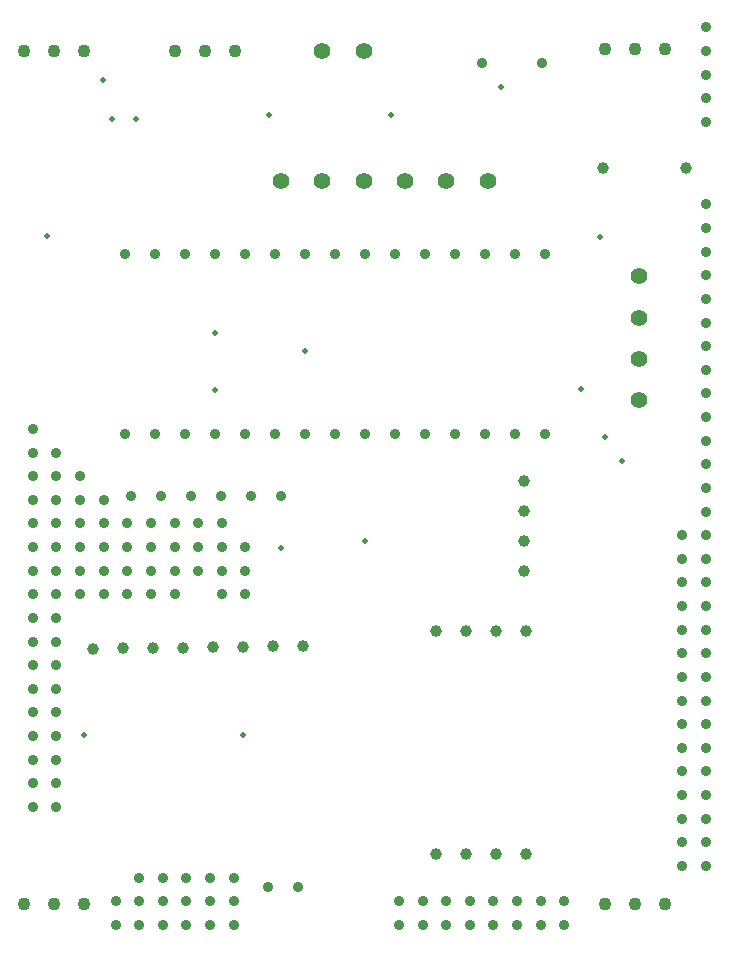
<source format=gbr>
%TF.GenerationSoftware,Novarm,DipTrace,3.3.1.3*%
%TF.CreationDate,2020-02-21T13:34:13+01:00*%
%FSLAX35Y35*%
%MOMM*%
%TF.FileFunction,Plated,1,2,PTH,Drill*%
%TF.Part,Single*%
%TA.AperFunction,ViaDrill*%
%ADD32C,0.48567*%
%TA.AperFunction,ComponentDrill*%
%ADD34C,1.1*%
%ADD35C,0.9*%
%ADD36C,1.4*%
%ADD37C,1.0*%
G75*
G01*
D34*
X2600000Y8500000D3*
X2854000D3*
X3108000D3*
D35*
X2228540Y4734933D3*
X2482540D3*
X2736540D3*
X2990540D3*
X3244540D3*
X3498540D3*
D36*
X6530213Y6592113D3*
Y6242113D3*
Y5892113D3*
Y5542113D3*
D35*
X5736547Y6782593D3*
X5482547D3*
X5228547D3*
X4974547D3*
X4720547D3*
X4466547D3*
X4212547D3*
X3958547D3*
X3704547D3*
X3450547D3*
X3196547D3*
X2942547D3*
X2688547D3*
X2434547D3*
X2180547D3*
Y5258593D3*
X2434547D3*
X2688547D3*
X2942547D3*
X3196547D3*
X3450547D3*
X3704547D3*
X3958547D3*
X4212547D3*
X4466547D3*
X4720547D3*
X4974547D3*
X5228547D3*
X5482547D3*
X5736547D3*
D36*
X4200000Y8500000D3*
X3850000D3*
D37*
X5561940Y4861923D3*
X5561613Y4607923D3*
X5561290Y4353923D3*
X5560963Y4099923D3*
D35*
X5200000Y8400000D3*
X5708000D3*
D34*
X6752440Y8512787D3*
X6498440D3*
X6244440D3*
X1323760Y1274547D3*
X1577760D3*
X1831760D3*
X6752493D3*
X6498493D3*
X6244493D3*
X1323760Y8496913D3*
X1577760D3*
X1831760D3*
D35*
X3387293Y1417407D3*
X3641293D3*
D37*
X3688887Y3465067D3*
X3434887Y3461097D3*
X3180887Y3457130D3*
X2926887Y3453160D3*
X2672887Y3449193D3*
X2418887Y3445223D3*
X2164887Y3441253D3*
X1910887Y3437287D3*
D35*
X5900000Y1100000D3*
Y1300000D3*
X5700000Y1100000D3*
Y1300000D3*
X5500000Y1100000D3*
Y1300000D3*
X5300000Y1100000D3*
Y1300000D3*
X5100000Y1100000D3*
Y1300000D3*
X4900000Y1100000D3*
Y1300000D3*
X4700000Y1100000D3*
Y1300000D3*
X4500000Y1100000D3*
Y1300000D3*
X3100000Y1100000D3*
Y1300000D3*
X2900000Y1100000D3*
Y1300000D3*
X2700000Y1100000D3*
Y1300000D3*
X2500000Y1100000D3*
Y1300000D3*
X2300000Y1100000D3*
Y1300000D3*
X2100000Y1100000D3*
Y1300000D3*
X3100000Y1500000D3*
X2900000D3*
X2700000D3*
X2500000D3*
X2300000D3*
X2200000Y4500000D3*
Y4300000D3*
Y4100000D3*
Y3900000D3*
X2400000Y4500000D3*
Y4300000D3*
Y4100000D3*
Y3900000D3*
X2600000Y4500000D3*
Y4300000D3*
Y4100000D3*
Y3900000D3*
X2800000Y4500000D3*
Y4300000D3*
Y4100000D3*
X2000000Y4300000D3*
X3000000Y4500000D3*
Y4300000D3*
Y4100000D3*
Y3900000D3*
X2000000Y4100000D3*
X3200000Y4300000D3*
Y4100000D3*
Y3900000D3*
X2000000D3*
X1800000Y4300000D3*
Y4100000D3*
Y3900000D3*
X1600000Y4300000D3*
Y4100000D3*
Y3900000D3*
Y3700000D3*
Y3500000D3*
Y3300000D3*
Y3100000D3*
Y2900000D3*
Y2700000D3*
Y2500000D3*
Y2300000D3*
Y2100000D3*
X1400000Y4300000D3*
Y4100000D3*
Y3900000D3*
Y3700000D3*
Y3500000D3*
Y3300000D3*
Y3100000D3*
Y2900000D3*
Y2700000D3*
Y2500000D3*
Y2300000D3*
Y2100000D3*
X2000000Y4500000D3*
X1800000D3*
X1600000D3*
X1400000D3*
Y4700000D3*
X1600000D3*
X1800000D3*
X2000000D3*
X1800000Y4900000D3*
X1600000D3*
X1400000D3*
Y5100000D3*
X1600000D3*
X1400000Y5300000D3*
X7100000Y3200000D3*
Y3000000D3*
Y2800000D3*
Y2600000D3*
Y2400000D3*
Y2200000D3*
Y2000000D3*
Y1800000D3*
Y1600000D3*
X6900000Y3200000D3*
Y3000000D3*
Y2800000D3*
Y2600000D3*
Y2400000D3*
Y2200000D3*
Y2000000D3*
Y1800000D3*
Y1600000D3*
X7100000Y5600000D3*
Y4800000D3*
Y4600000D3*
Y4400000D3*
Y4200000D3*
Y4000000D3*
Y3800000D3*
Y3600000D3*
Y3400000D3*
Y5400000D3*
Y5200000D3*
Y5000000D3*
X6900000Y4400000D3*
Y4200000D3*
Y4000000D3*
Y3800000D3*
Y3600000D3*
Y3400000D3*
X7100000Y6400000D3*
Y6200000D3*
Y6000000D3*
Y5800000D3*
Y7200000D3*
Y7000000D3*
Y6800000D3*
Y6600000D3*
Y7900000D3*
Y8700000D3*
Y8500000D3*
Y8300000D3*
Y8100000D3*
D36*
X3500000Y7400000D3*
X3850000D3*
X4200000D3*
X4550000D3*
X4900000D3*
X5250000D3*
D37*
X5577813Y3592053D3*
X5323813D3*
X5069813D3*
X4815813D3*
X5577813Y1702903D3*
X5323813D3*
X5069813Y1702927D3*
X4815813D3*
X6927047Y7512767D3*
X6228547D3*
D32*
X2271410Y7925809D3*
X1997560Y8257411D3*
X2942549Y6112940D3*
Y5625519D3*
X6384239Y5027730D3*
X3180880Y2710010D3*
X1831759D3*
X2069810Y7925809D3*
X6205880Y6923721D3*
X1523761Y6935250D3*
X3402940Y7958400D3*
X4430009D3*
X5365801Y8199009D3*
X4212549Y4353929D3*
X6241679Y5229330D3*
X3704549Y5957131D3*
X6043259Y5639730D3*
X3498540Y4290000D3*
M02*

</source>
